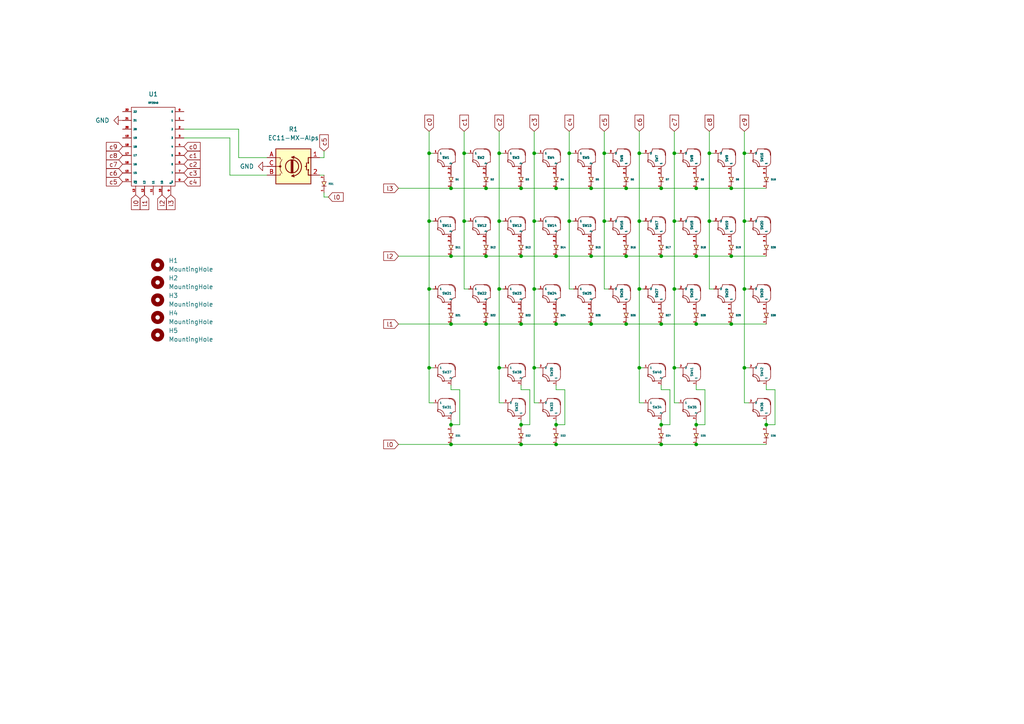
<source format=kicad_sch>
(kicad_sch (version 20211123) (generator eeschema)
  (paper "A4")
  (lib_symbols
    (symbol "Mechanical:MountingHole" (pin_names (offset 1.016))
      (property "Reference" "H" (at 0 5.08 0))
      (property "Value" "MountingHole" (at 0 3.175 0))
      (symbol "MountingHole_0_1"
        (circle (center 0 0) (radius 1.27) (stroke (width 1.27)))
      )
    )
    (symbol "keyb:Diode"
      (property "Reference" "D" (at -0.635 -1.27 0))
      (symbol "Diode_0_1"
        (polyline (pts (xy -1.27 0) (xy -0.635 0)))
        (polyline (pts (xy 0.635 0) (xy 1.27 0)))
        (polyline (pts (xy -0.635 0.635) (xy -0.635 -0.635) (xy -0.635 0)))
        (polyline (pts (xy -0.635 0) (xy 0.635 0.635) (xy 0.635 -0.635) (xy -0.635 0)) (fill (type background)))
      )
      (symbol "Diode_1_1"
        (pin bidirectional line (at -2.54 0 0) (length 1.27) (name "") (number "1"))
        (pin bidirectional line (at 2.54 0 180) (length 1.27) (name "") (number "2"))
      )
    )
    (symbol "keyb:EC11-MX-Alps" (pin_names (offset 0.254) hide)
      (property "Reference" "SW" (at 0 6.604 0))
      (property "Value" "EC11-MX-Alps" (at 0 -6.604 0))
      (symbol "EC11-MX-Alps_0_1"
        (rectangle (start -5.08 5.08) (end 5.08 -5.08) (stroke (width 0.254)) (fill (type background)))
        (circle (center -3.81 0) (radius 0.254) (fill (type outline)))
        (arc (start -0.381 -2.794) (mid 2.3622 -0.0508) (end -0.381 2.667) (stroke (width 0.254)))
        (circle (center -0.381 0) (radius 1.905) (stroke (width 0.254)))
        (polyline (pts (xy -0.635 -1.778) (xy -0.635 1.778)) (stroke (width 0.254)))
        (polyline (pts (xy -0.381 -1.778) (xy -0.381 1.778)) (stroke (width 0.254)))
        (polyline (pts (xy -0.127 1.778) (xy -0.127 -1.778)) (stroke (width 0.254)))
        (polyline (pts (xy 3.81 0) (xy 3.429 0)) (stroke (width 0.254)))
        (polyline (pts (xy 3.81 1.016) (xy 3.81 -1.016)) (stroke (width 0.254)))
        (polyline (pts (xy -5.08 -2.54) (xy -3.81 -2.54) (xy -3.81 -2.032)))
        (polyline (pts (xy -5.08 2.54) (xy -3.81 2.54) (xy -3.81 2.032)))
        (polyline (pts (xy 0.254 -3.048) (xy -0.508 -2.794) (xy 0.127 -2.413)) (stroke (width 0.254)))
        (polyline (pts (xy 0.254 2.921) (xy -0.508 2.667) (xy 0.127 2.286)) (stroke (width 0.254)))
        (polyline (pts (xy 5.08 -2.54) (xy 4.318 -2.54) (xy 4.318 -1.016)) (stroke (width 0.254)))
        (polyline (pts (xy 5.08 2.54) (xy 4.318 2.54) (xy 4.318 1.016)) (stroke (width 0.254)))
        (polyline (pts (xy -5.08 0) (xy -3.81 0) (xy -3.81 -1.016) (xy -3.302 -2.032)))
        (polyline (pts (xy -4.318 0) (xy -3.81 0) (xy -3.81 1.016) (xy -3.302 2.032)))
        (circle (center 4.318 -1.016) (radius 0.127) (stroke (width 0.254)))
        (circle (center 4.318 1.016) (radius 0.127) (stroke (width 0.254)))
      )
      (symbol "EC11-MX-Alps_1_1"
        (pin passive line (at 7.62 2.54 180) (length 2.54) (name "1") (number "1"))
        (pin passive line (at 7.62 -2.54 180) (length 2.54) (name "2") (number "2"))
        (pin passive line (at -7.62 2.54 0) (length 2.54) (name "A") (number "A"))
        (pin passive line (at -7.62 -2.54 0) (length 2.54) (name "B") (number "B"))
        (pin passive line (at -7.62 0 0) (length 2.54) (name "C") (number "C"))
      )
    )
    (symbol "keyb:RP2040"
      (property "Reference" "U" (at 0 1.27 0))
      (property "Value" "RP2040" (at 0 -2.54 0))
      (symbol "RP2040_0_1"
        (rectangle (start -6.35 11.43) (end 6.35 -11.43))
      )
      (symbol "RP2040_1_1"
        (pin bidirectional line (at 8.89 10.16 180) (length 2.54) (name "0") (number "0"))
        (pin bidirectional line (at 8.89 7.62 180) (length 2.54) (name "1") (number "1"))
        (pin bidirectional line (at 2.54 -13.97 90) (length 2.54) (name "10") (number "10"))
        (pin bidirectional line (at 0 -13.97 90) (length 2.54) (name "11") (number "11"))
        (pin bidirectional line (at -2.54 -13.97 90) (length 2.54) (name "12") (number "12"))
        (pin bidirectional line (at -5.08 -13.97 90) (length 2.54) (name "13") (number "13"))
        (pin bidirectional line (at -8.89 -10.16 0) (length 2.54) (name "14") (number "14"))
        (pin bidirectional line (at -8.89 -7.62 0) (length 2.54) (name "15") (number "15"))
        (pin bidirectional line (at -8.89 -5.08 0) (length 2.54) (name "16") (number "16"))
        (pin bidirectional line (at -8.89 -2.54 0) (length 2.54) (name "17") (number "17"))
        (pin bidirectional line (at -8.89 0 0) (length 2.54) (name "18") (number "18"))
        (pin bidirectional line (at -8.89 2.54 0) (length 2.54) (name "19") (number "19"))
        (pin bidirectional line (at 8.89 5.08 180) (length 2.54) (name "2") (number "2"))
        (pin bidirectional line (at -8.89 5.08 0) (length 2.54) (name "20") (number "20"))
        (pin bidirectional line (at -8.89 7.62 0) (length 2.54) (name "21") (number "21"))
        (pin bidirectional line (at -8.89 10.16 0) (length 2.54) (name "22") (number "22"))
        (pin bidirectional line (at 8.89 2.54 180) (length 2.54) (name "3") (number "3"))
        (pin bidirectional line (at 8.89 0 180) (length 2.54) (name "4") (number "4"))
        (pin bidirectional line (at 8.89 -2.54 180) (length 2.54) (name "5") (number "5"))
        (pin bidirectional line (at 8.89 -5.08 180) (length 2.54) (name "6") (number "6"))
        (pin bidirectional line (at 8.89 -7.62 180) (length 2.54) (name "7") (number "7"))
        (pin bidirectional line (at 8.89 -10.16 180) (length 2.54) (name "8") (number "8"))
        (pin bidirectional line (at 5.08 -13.97 90) (length 2.54) (name "9") (number "9"))
      )
    )
    (symbol "keyb:key"
      (property "Reference" "SW" (at 0 0 0))
      (symbol "key_0_1"
        (arc (start -2.54 -0.635) (mid -2.6715 -0.9525) (end -2.54 -1.27))
        (arc (start -1.27 -2.54) (mid -1.642 -1.642) (end -2.54 -1.27))
        (arc (start -1.27 -2.54) (mid -0.9525 -2.6715) (end -0.635 -2.54))
        (arc (start -1.27 2.54) (mid -2.168 2.168) (end -2.54 1.27))
        (arc (start -0.635 -2.54) (mid -1.1935 -1.1935) (end -2.54 -0.635))
        (polyline (pts (xy -2.54 -1.27) (xy -2.54 1.27)))
        (polyline (pts (xy -1.27 -2.54) (xy 1.27 -2.54)))
        (polyline (pts (xy 1.27 2.54) (xy -1.27 2.54)))
        (polyline (pts (xy 2.54 -1.27) (xy 2.54 1.27)))
        (arc (start 0.635 2.54) (mid 0.9525 1.7735) (end 1.27 2.54))
        (arc (start 2.54 -1.27) (mid 0.372 -0.372) (end 1.27 -2.54))
        (arc (start 2.54 0.635) (mid 3.887 3.887) (end 0.635 2.54))
        (arc (start 2.54 1.27) (mid 3.438 3.438) (end 1.27 2.54))
        (arc (start 2.54 1.27) (mid 1.7735 0.9525) (end 2.54 0.635))
      )
      (symbol "key_1_1"
        (pin bidirectional line (at -3.81 1.27 0) (length 1.27) (name "1") (number "1"))
        (pin bidirectional line (at 1.27 -3.81 90) (length 1.27) (name "2") (number "2"))
      )
    )
    (symbol "power:GND" (power) (pin_names (offset 0))
      (property "Value" "GND" (at 0 -3.81 0))
      (symbol "GND_0_1"
        (polyline (pts (xy 0 0) (xy 0 -1.27) (xy 1.27 -1.27) (xy 0 -2.54) (xy -1.27 -1.27) (xy 0 -1.27)))
      )
      (symbol "GND_1_1"
        (pin power_in line (at 0 0 270) (length 0) hide (name "GND") (number "1"))
      )
    )
  )
  (junction (at 215.9 44.45))
  (junction (at 144.78 44.45))
  (junction (at 181.61 93.98))
  (junction (at 130.81 128.905))
  (junction (at 144.78 106.68))
  (junction (at 140.97 54.61))
  (junction (at 191.77 128.905))
  (junction (at 161.29 128.905))
  (junction (at 175.26 44.45))
  (junction (at 171.45 93.98))
  (junction (at 151.13 54.61))
  (junction (at 215.9 64.135))
  (junction (at 201.93 74.295))
  (junction (at 151.13 93.98))
  (junction (at 154.94 106.68))
  (junction (at 154.94 64.135))
  (junction (at 205.74 64.135))
  (junction (at 185.42 83.82))
  (junction (at 165.1 44.45))
  (junction (at 191.77 54.61))
  (junction (at 181.61 54.61))
  (junction (at 130.81 93.98))
  (junction (at 215.9 106.68))
  (junction (at 201.93 93.98))
  (junction (at 140.97 74.295))
  (junction (at 140.97 93.98))
  (junction (at 171.45 74.295))
  (junction (at 222.25 123.19))
  (junction (at 161.29 123.19))
  (junction (at 195.58 106.68))
  (junction (at 191.77 93.98))
  (junction (at 161.29 74.295))
  (junction (at 191.77 123.19))
  (junction (at 191.77 74.295))
  (junction (at 154.94 83.82))
  (junction (at 134.62 44.45))
  (junction (at 212.09 74.295))
  (junction (at 124.46 106.68))
  (junction (at 215.9 83.82))
  (junction (at 144.78 64.135))
  (junction (at 154.94 44.45))
  (junction (at 195.58 44.45))
  (junction (at 195.58 83.82))
  (junction (at 171.45 54.61))
  (junction (at 124.46 83.82))
  (junction (at 195.58 64.135))
  (junction (at 185.42 44.45))
  (junction (at 151.13 74.295))
  (junction (at 161.29 93.98))
  (junction (at 201.93 54.61))
  (junction (at 181.61 74.295))
  (junction (at 201.93 123.19))
  (junction (at 144.78 83.82))
  (junction (at 161.29 54.61))
  (junction (at 185.42 106.68))
  (junction (at 130.81 54.61))
  (junction (at 134.62 64.135))
  (junction (at 201.93 128.905))
  (junction (at 165.1 64.135))
  (junction (at 124.46 64.135))
  (junction (at 151.13 128.905))
  (junction (at 175.26 64.135))
  (junction (at 212.09 54.61))
  (junction (at 185.42 64.135))
  (junction (at 130.81 123.19))
  (junction (at 205.74 44.45))
  (junction (at 212.09 93.98))
  (junction (at 130.81 74.295))
  (junction (at 151.13 123.19))
  (junction (at 124.46 44.45))
  (wire (pts (xy 175.26 38.1) (xy 175.26 44.45)))
  (wire (pts (xy 171.45 93.98) (xy 181.61 93.98)))
  (wire (pts (xy 92.71 50.8) (xy 93.98 50.8)))
  (wire (pts (xy 215.9 44.45) (xy 217.17 44.45)))
  (wire (pts (xy 144.78 44.45) (xy 144.78 64.135)))
  (wire (pts (xy 191.77 123.19) (xy 191.77 123.825)))
  (wire (pts (xy 175.26 44.45) (xy 175.26 64.135)))
  (wire (pts (xy 163.83 113.03) (xy 163.83 123.19)))
  (wire (pts (xy 151.13 93.98) (xy 161.29 93.98)))
  (wire (pts (xy 181.61 93.98) (xy 191.77 93.98)))
  (wire (pts (xy 215.9 64.135) (xy 215.9 83.82)))
  (wire (pts (xy 140.97 54.61) (xy 151.13 54.61)))
  (wire (pts (xy 93.98 43.815) (xy 93.98 45.72)))
  (wire (pts (xy 195.58 106.68) (xy 196.85 106.68)))
  (wire (pts (xy 124.46 106.68) (xy 124.46 116.84)))
  (wire (pts (xy 161.29 54.61) (xy 171.45 54.61)))
  (wire (pts (xy 130.81 123.19) (xy 130.81 123.825)))
  (wire (pts (xy 215.9 83.82) (xy 215.9 106.68)))
  (wire (pts (xy 133.35 113.03) (xy 133.35 123.19)))
  (wire (pts (xy 195.58 116.84) (xy 196.85 116.84)))
  (wire (pts (xy 69.215 45.72) (xy 77.47 45.72)))
  (wire (pts (xy 134.62 44.45) (xy 134.62 64.135)))
  (wire (pts (xy 154.94 64.135) (xy 154.94 83.82)))
  (wire (pts (xy 130.81 74.295) (xy 115.57 74.295)))
  (wire (pts (xy 185.42 106.68) (xy 185.42 116.84)))
  (wire (pts (xy 181.61 54.61) (xy 191.77 54.61)))
  (wire (pts (xy 93.98 57.15) (xy 95.25 57.15)))
  (wire (pts (xy 205.74 64.135) (xy 207.01 64.135)))
  (wire (pts (xy 191.77 111.76) (xy 191.77 113.03)))
  (wire (pts (xy 175.26 44.45) (xy 176.53 44.45)))
  (wire (pts (xy 212.09 93.98) (xy 222.25 93.98)))
  (wire (pts (xy 201.93 93.98) (xy 212.09 93.98)))
  (wire (pts (xy 153.67 123.19) (xy 151.13 123.19)))
  (wire (pts (xy 161.29 93.98) (xy 171.45 93.98)))
  (wire (pts (xy 215.9 44.45) (xy 215.9 64.135)))
  (wire (pts (xy 151.13 123.19) (xy 151.13 123.825)))
  (wire (pts (xy 161.29 111.76) (xy 161.29 113.03)))
  (wire (pts (xy 154.94 116.84) (xy 156.21 116.84)))
  (wire (pts (xy 201.93 111.76) (xy 201.93 113.03)))
  (wire (pts (xy 165.1 38.1) (xy 165.1 44.45)))
  (wire (pts (xy 161.29 74.295) (xy 151.13 74.295)))
  (wire (pts (xy 53.34 40.005) (xy 66.675 40.005)))
  (wire (pts (xy 154.94 44.45) (xy 154.94 64.135)))
  (wire (pts (xy 151.13 128.905) (xy 161.29 128.905)))
  (wire (pts (xy 185.42 64.135) (xy 186.69 64.135)))
  (wire (pts (xy 212.09 54.61) (xy 222.25 54.61)))
  (wire (pts (xy 201.93 54.61) (xy 212.09 54.61)))
  (wire (pts (xy 92.71 45.72) (xy 93.98 45.72)))
  (wire (pts (xy 165.1 83.82) (xy 166.37 83.82)))
  (wire (pts (xy 161.29 123.19) (xy 161.29 123.825)))
  (wire (pts (xy 144.78 83.82) (xy 146.05 83.82)))
  (wire (pts (xy 77.47 50.8) (xy 66.675 50.8)))
  (wire (pts (xy 201.93 128.905) (xy 222.25 128.905)))
  (wire (pts (xy 215.9 106.68) (xy 217.17 106.68)))
  (wire (pts (xy 194.31 113.03) (xy 194.31 123.19)))
  (wire (pts (xy 175.26 64.135) (xy 176.53 64.135)))
  (wire (pts (xy 195.58 38.1) (xy 195.58 44.45)))
  (wire (pts (xy 130.81 54.61) (xy 140.97 54.61)))
  (wire (pts (xy 205.74 83.82) (xy 207.01 83.82)))
  (wire (pts (xy 195.58 64.135) (xy 196.85 64.135)))
  (wire (pts (xy 201.93 121.92) (xy 201.93 123.19)))
  (wire (pts (xy 124.46 64.135) (xy 124.46 83.82)))
  (wire (pts (xy 175.26 64.135) (xy 175.26 83.82)))
  (wire (pts (xy 215.9 116.84) (xy 217.17 116.84)))
  (wire (pts (xy 215.9 64.135) (xy 217.17 64.135)))
  (wire (pts (xy 140.97 93.98) (xy 151.13 93.98)))
  (wire (pts (xy 204.47 123.19) (xy 201.93 123.19)))
  (wire (pts (xy 195.58 44.45) (xy 195.58 64.135)))
  (wire (pts (xy 191.77 113.03) (xy 194.31 113.03)))
  (wire (pts (xy 201.93 113.03) (xy 204.47 113.03)))
  (wire (pts (xy 69.215 45.72) (xy 69.215 37.465)))
  (wire (pts (xy 151.13 121.92) (xy 151.13 123.19)))
  (wire (pts (xy 175.26 83.82) (xy 176.53 83.82)))
  (wire (pts (xy 66.675 50.8) (xy 66.675 40.005)))
  (wire (pts (xy 171.45 54.61) (xy 181.61 54.61)))
  (wire (pts (xy 124.46 64.135) (xy 125.73 64.135)))
  (wire (pts (xy 130.81 128.905) (xy 151.13 128.905)))
  (wire (pts (xy 124.46 38.1) (xy 124.46 44.45)))
  (wire (pts (xy 185.42 44.45) (xy 186.69 44.45)))
  (wire (pts (xy 215.9 83.82) (xy 217.17 83.82)))
  (wire (pts (xy 124.46 83.82) (xy 125.73 83.82)))
  (wire (pts (xy 124.46 106.68) (xy 125.73 106.68)))
  (wire (pts (xy 140.97 74.295) (xy 130.81 74.295)))
  (wire (pts (xy 134.62 64.135) (xy 135.89 64.135)))
  (wire (pts (xy 205.74 44.45) (xy 207.01 44.45)))
  (wire (pts (xy 144.78 116.84) (xy 146.05 116.84)))
  (wire (pts (xy 144.78 38.1) (xy 144.78 44.45)))
  (wire (pts (xy 171.45 74.295) (xy 161.29 74.295)))
  (wire (pts (xy 185.42 38.1) (xy 185.42 44.45)))
  (wire (pts (xy 205.74 44.45) (xy 205.74 64.135)))
  (wire (pts (xy 215.9 106.68) (xy 215.9 116.84)))
  (wire (pts (xy 165.1 64.135) (xy 166.37 64.135)))
  (wire (pts (xy 205.74 38.1) (xy 205.74 44.45)))
  (wire (pts (xy 201.93 74.295) (xy 191.77 74.295)))
  (wire (pts (xy 133.35 123.19) (xy 130.81 123.19)))
  (wire (pts (xy 115.57 128.905) (xy 130.81 128.905)))
  (wire (pts (xy 215.9 38.1) (xy 215.9 44.45)))
  (wire (pts (xy 134.62 83.82) (xy 135.89 83.82)))
  (wire (pts (xy 161.29 121.92) (xy 161.29 123.19)))
  (wire (pts (xy 201.93 123.19) (xy 201.93 123.825)))
  (wire (pts (xy 195.58 83.82) (xy 195.58 106.68)))
  (wire (pts (xy 154.94 83.82) (xy 156.21 83.82)))
  (wire (pts (xy 185.42 44.45) (xy 185.42 64.135)))
  (wire (pts (xy 53.34 37.465) (xy 69.215 37.465)))
  (wire (pts (xy 204.47 113.03) (xy 204.47 123.19)))
  (wire (pts (xy 134.62 44.45) (xy 135.89 44.45)))
  (wire (pts (xy 124.46 44.45) (xy 124.46 64.135)))
  (wire (pts (xy 130.81 93.98) (xy 115.57 93.98)))
  (wire (pts (xy 185.42 83.82) (xy 186.69 83.82)))
  (wire (pts (xy 124.46 116.84) (xy 125.73 116.84)))
  (wire (pts (xy 115.57 54.61) (xy 130.81 54.61)))
  (wire (pts (xy 191.77 74.295) (xy 181.61 74.295)))
  (wire (pts (xy 134.62 64.135) (xy 134.62 83.82)))
  (wire (pts (xy 161.29 113.03) (xy 163.83 113.03)))
  (wire (pts (xy 191.77 128.905) (xy 201.93 128.905)))
  (wire (pts (xy 144.78 44.45) (xy 146.05 44.45)))
  (wire (pts (xy 154.94 83.82) (xy 154.94 106.68)))
  (wire (pts (xy 134.62 38.1) (xy 134.62 44.45)))
  (wire (pts (xy 222.25 111.76) (xy 222.25 113.03)))
  (wire (pts (xy 205.74 64.135) (xy 205.74 83.82)))
  (wire (pts (xy 195.58 64.135) (xy 195.58 83.82)))
  (wire (pts (xy 144.78 64.135) (xy 146.05 64.135)))
  (wire (pts (xy 224.79 113.03) (xy 224.79 123.19)))
  (wire (pts (xy 195.58 83.82) (xy 196.85 83.82)))
  (wire (pts (xy 151.13 113.03) (xy 153.67 113.03)))
  (wire (pts (xy 151.13 74.295) (xy 140.97 74.295)))
  (wire (pts (xy 195.58 44.45) (xy 196.85 44.45)))
  (wire (pts (xy 124.46 44.45) (xy 125.73 44.45)))
  (wire (pts (xy 163.83 123.19) (xy 161.29 123.19)))
  (wire (pts (xy 185.42 64.135) (xy 185.42 83.82)))
  (wire (pts (xy 185.42 116.84) (xy 186.69 116.84)))
  (wire (pts (xy 165.1 44.45) (xy 166.37 44.45)))
  (wire (pts (xy 212.09 74.295) (xy 201.93 74.295)))
  (wire (pts (xy 161.29 128.905) (xy 191.77 128.905)))
  (wire (pts (xy 194.31 123.19) (xy 191.77 123.19)))
  (wire (pts (xy 222.25 113.03) (xy 224.79 113.03)))
  (wire (pts (xy 224.79 123.19) (xy 222.25 123.19)))
  (wire (pts (xy 151.13 111.76) (xy 151.13 113.03)))
  (wire (pts (xy 130.81 111.76) (xy 130.81 113.03)))
  (wire (pts (xy 185.42 83.82) (xy 185.42 106.68)))
  (wire (pts (xy 124.46 83.82) (xy 124.46 106.68)))
  (wire (pts (xy 154.94 106.68) (xy 154.94 116.84)))
  (wire (pts (xy 181.61 74.295) (xy 171.45 74.295)))
  (wire (pts (xy 222.25 121.92) (xy 222.25 123.19)))
  (wire (pts (xy 140.97 93.98) (xy 130.81 93.98)))
  (wire (pts (xy 191.77 121.92) (xy 191.77 123.19)))
  (wire (pts (xy 144.78 106.68) (xy 144.78 116.84)))
  (wire (pts (xy 153.67 113.03) (xy 153.67 123.19)))
  (wire (pts (xy 154.94 106.68) (xy 156.21 106.68)))
  (wire (pts (xy 191.77 93.98) (xy 201.93 93.98)))
  (wire (pts (xy 93.98 55.88) (xy 93.98 57.15)))
  (wire (pts (xy 130.81 113.03) (xy 133.35 113.03)))
  (wire (pts (xy 154.94 64.135) (xy 156.21 64.135)))
  (wire (pts (xy 185.42 106.68) (xy 186.69 106.68)))
  (wire (pts (xy 165.1 44.45) (xy 165.1 64.135)))
  (wire (pts (xy 165.1 64.135) (xy 165.1 83.82)))
  (wire (pts (xy 154.94 38.1) (xy 154.94 44.45)))
  (wire (pts (xy 191.77 54.61) (xy 201.93 54.61)))
  (wire (pts (xy 144.78 106.68) (xy 146.05 106.68)))
  (wire (pts (xy 130.81 121.92) (xy 130.81 123.19)))
  (wire (pts (xy 222.25 123.19) (xy 222.25 123.825)))
  (wire (pts (xy 144.78 64.135) (xy 144.78 83.82)))
  (wire (pts (xy 222.25 74.295) (xy 212.09 74.295)))
  (wire (pts (xy 144.78 83.82) (xy 144.78 106.68)))
  (wire (pts (xy 195.58 106.68) (xy 195.58 116.84)))
  (wire (pts (xy 151.13 54.61) (xy 161.29 54.61)))
  (wire (pts (xy 154.94 44.45) (xy 156.21 44.45)))
  (global_label "c4" (shape input) (at 165.1 38.1 90) (property "Références Inter-Feuilles" "${INTERSHEET_REFS}" (effects hide)))
  (global_label "c6" (shape input) (at 35.56 50.165 180) (property "Références Inter-Feuilles" "${INTERSHEET_REFS}" (effects hide)))
  (global_label "c1" (shape input) (at 134.62 38.1 90) (property "Références Inter-Feuilles" "${INTERSHEET_REFS}" (effects hide)))
  (global_label "c7" (shape input) (at 35.56 47.625 180) (property "Références Inter-Feuilles" "${INTERSHEET_REFS}" (effects hide)))
  (global_label "l3" (shape input) (at 115.57 54.61 180) (property "Références Inter-Feuilles" "${INTERSHEET_REFS}" (effects hide)))
  (global_label "l0" (shape input) (at 95.25 57.15 0) (property "Références Inter-Feuilles" "${INTERSHEET_REFS}" (effects hide)))
  (global_label "c8" (shape input) (at 35.56 45.085 180) (property "Références Inter-Feuilles" "${INTERSHEET_REFS}" (effects hide)))
  (global_label "c7" (shape input) (at 195.58 38.1 90) (property "Références Inter-Feuilles" "${INTERSHEET_REFS}" (effects hide)))
  (global_label "l0" (shape input) (at 115.57 128.905 180) (property "Références Inter-Feuilles" "${INTERSHEET_REFS}" (effects hide)))
  (global_label "c2" (shape input) (at 53.34 47.625 0) (property "Références Inter-Feuilles" "${INTERSHEET_REFS}" (effects hide)))
  (global_label "c9" (shape input) (at 35.56 42.545 180) (property "Références Inter-Feuilles" "${INTERSHEET_REFS}" (effects hide)))
  (global_label "c0" (shape input) (at 53.34 42.545 0) (property "Références Inter-Feuilles" "${INTERSHEET_REFS}" (effects hide)))
  (global_label "c5" (shape input) (at 175.26 38.1 90) (property "Références Inter-Feuilles" "${INTERSHEET_REFS}" (effects hide)))
  (global_label "l0" (shape input) (at 39.37 56.515 270) (property "Références Inter-Feuilles" "${INTERSHEET_REFS}" (effects hide)))
  (global_label "l1" (shape input) (at 115.57 93.98 180) (property "Références Inter-Feuilles" "${INTERSHEET_REFS}" (effects hide)))
  (global_label "c4" (shape input) (at 53.34 52.705 0) (property "Références Inter-Feuilles" "${INTERSHEET_REFS}" (effects hide)))
  (global_label "c0" (shape input) (at 124.46 38.1 90) (property "Références Inter-Feuilles" "${INTERSHEET_REFS}" (effects hide)))
  (global_label "c6" (shape input) (at 185.42 38.1 90) (property "Références Inter-Feuilles" "${INTERSHEET_REFS}" (effects hide)))
  (global_label "l1" (shape input) (at 41.91 56.515 270) (property "Références Inter-Feuilles" "${INTERSHEET_REFS}" (effects hide)))
  (global_label "l3" (shape input) (at 49.53 56.515 270) (property "Références Inter-Feuilles" "${INTERSHEET_REFS}" (effects hide)))
  (global_label "l2" (shape input) (at 115.57 74.295 180) (property "Références Inter-Feuilles" "${INTERSHEET_REFS}" (effects hide)))
  (global_label "c9" (shape input) (at 215.9 38.1 90) (property "Références Inter-Feuilles" "${INTERSHEET_REFS}" (effects hide)))
  (global_label "c8" (shape input) (at 205.74 38.1 90) (property "Références Inter-Feuilles" "${INTERSHEET_REFS}" (effects hide)))
  (global_label "c5" (shape input) (at 35.56 52.705 180) (property "Références Inter-Feuilles" "${INTERSHEET_REFS}" (effects hide)))
  (global_label "c3" (shape input) (at 154.94 38.1 90) (property "Références Inter-Feuilles" "${INTERSHEET_REFS}" (effects hide)))
  (global_label "c5" (shape input) (at 93.98 43.815 90) (property "Références Inter-Feuilles" "${INTERSHEET_REFS}" (effects hide)))
  (global_label "c3" (shape input) (at 53.34 50.165 0) (property "Références Inter-Feuilles" "${INTERSHEET_REFS}" (effects hide)))
  (global_label "c2" (shape input) (at 144.78 38.1 90) (property "Références Inter-Feuilles" "${INTERSHEET_REFS}" (effects hide)))
  (global_label "c1" (shape input) (at 53.34 45.085 0) (property "Références Inter-Feuilles" "${INTERSHEET_REFS}" (effects hide)))
  (global_label "l2" (shape input) (at 46.99 56.515 270) (property "Références Inter-Feuilles" "${INTERSHEET_REFS}" (effects hide)))
  (symbol (lib_id "Mechanical:MountingHole") (at 45.72 76.835 0) (unit 1)
    (property "Reference" "H1" (at 48.895 75.5649 0) (effects (justify left)))
    (property "Value" "MountingHole" (at 48.895 78.1049 0) (effects (justify left)))
    (property "Footprint" "MountingHole:MountingHole_2.2mm_M2" (effects hide))
  )
  (symbol (lib_id "keyb:key") (at 170.18 85.09 0) (unit 1)
    (property "Reference" "SW25" (at 168.91 85.09 0) (effects (font (size 0.65 0.65)) (justify left)))
    (property "Value" "key" (effects hide))
    (property "Footprint" "keyb-libs:MX-5pin" (effects hide))
  )
  (symbol (lib_id "keyb:key") (at 139.7 45.72 0) (unit 1)
    (property "Reference" "SW2" (at 138.43 45.72 0) (effects (font (size 0.65 0.65)) (justify left)))
    (property "Value" "key" (effects hide))
    (property "Footprint" "keyb-libs:MX-5pin" (effects hide))
  )
  (symbol (lib_id "keyb:Diode") (at 140.97 91.44 90) (unit 1)
    (property "Reference" "D22" (at 142.24 91.44 90) (effects (font (size 0.5 0.5)) (justify right)))
    (property "Value" "Diode" (effects hide))
    (property "Footprint" "keyb-libs:Diode" (effects hide))
  )
  (symbol (lib_id "keyb:key") (at 190.5 118.11 0) (unit 1)
    (property "Reference" "SW34" (at 189.23 118.11 0) (effects (font (size 0.65 0.65)) (justify left)))
    (property "Value" "key" (effects hide))
    (property "Footprint" "keyb-libs:MX-5pin" (effects hide))
  )
  (symbol (lib_id "keyb:Diode") (at 140.97 52.07 90) (unit 1)
    (property "Reference" "D2" (at 142.24 52.07 90) (effects (font (size 0.5 0.5)) (justify right)))
    (property "Value" "Diode" (effects hide))
    (property "Footprint" "keyb-libs:Diode" (effects hide))
  )
  (symbol (lib_id "keyb:Diode") (at 171.45 71.755 90) (unit 1)
    (property "Reference" "D15" (at 172.72 71.755 90) (effects (font (size 0.5 0.5)) (justify right)))
    (property "Value" "Diode" (effects hide))
    (property "Footprint" "keyb-libs:Diode" (effects hide))
  )
  (symbol (lib_id "keyb:Diode") (at 201.93 126.365 90) (unit 1)
    (property "Reference" "D35" (at 203.2 126.365 90) (effects (font (size 0.5 0.5)) (justify right)))
    (property "Value" "Diode" (effects hide))
    (property "Footprint" "keyb-libs:Diode" (effects hide))
  )
  (symbol (lib_id "keyb:Diode") (at 130.81 71.755 90) (unit 1)
    (property "Reference" "D11" (at 132.08 71.755 90) (effects (font (size 0.5 0.5)) (justify right)))
    (property "Value" "Diode" (effects hide))
    (property "Footprint" "keyb-libs:Diode" (effects hide))
  )
  (symbol (lib_id "keyb:Diode") (at 212.09 52.07 90) (unit 1)
    (property "Reference" "D9" (at 213.36 52.07 90) (effects (font (size 0.5 0.5)) (justify right)))
    (property "Value" "Diode" (effects hide))
    (property "Footprint" "keyb-libs:Diode" (effects hide))
  )
  (symbol (lib_id "keyb:Diode") (at 222.25 71.755 90) (unit 1)
    (property "Reference" "D20" (at 223.52 71.755 90) (effects (font (size 0.5 0.5)) (justify right)))
    (property "Value" "Diode" (effects hide))
    (property "Footprint" "keyb-libs:Diode" (effects hide))
  )
  (symbol (lib_id "keyb:key") (at 160.02 45.72 0) (unit 1)
    (property "Reference" "SW4" (at 158.75 45.72 0) (effects (font (size 0.65 0.65)) (justify left)))
    (property "Value" "key" (effects hide))
    (property "Footprint" "keyb-libs:MX-5pin" (effects hide))
  )
  (symbol (lib_id "keyb:key") (at 200.66 107.95 270) (mirror x) (unit 1)
    (property "Reference" "SW41" (at 200.66 109.22 0) (effects (font (size 0.65 0.65)) (justify left)))
    (property "Value" "key" (effects hide))
    (property "Footprint" "keyb-libs:MX-5pin" (effects hide))
  )
  (symbol (lib_id "keyb:key") (at 170.18 45.72 0) (unit 1)
    (property "Reference" "SW5" (at 168.91 45.72 0) (effects (font (size 0.65 0.65)) (justify left)))
    (property "Value" "key" (effects hide))
    (property "Footprint" "keyb-libs:MX-5pin" (effects hide))
  )
  (symbol (lib_id "keyb:Diode") (at 222.25 91.44 90) (unit 1)
    (property "Reference" "D30" (at 223.52 91.44 90) (effects (font (size 0.5 0.5)) (justify right)))
    (property "Value" "Diode" (effects hide))
    (property "Footprint" "keyb-libs:Diode" (effects hide))
  )
  (symbol (lib_id "keyb:Diode") (at 140.97 71.755 90) (unit 1)
    (property "Reference" "D12" (at 142.24 71.755 90) (effects (font (size 0.5 0.5)) (justify right)))
    (property "Value" "Diode" (effects hide))
    (property "Footprint" "keyb-libs:Diode" (effects hide))
  )
  (symbol (lib_id "keyb:Diode") (at 161.29 91.44 90) (unit 1)
    (property "Reference" "D24" (at 162.56 91.44 90) (effects (font (size 0.5 0.5)) (justify right)))
    (property "Value" "Diode" (effects hide))
    (property "Footprint" "keyb-libs:Diode" (effects hide))
  )
  (symbol (lib_id "Mechanical:MountingHole") (at 45.72 81.915 0) (unit 1)
    (property "Reference" "H2" (at 48.895 80.6449 0) (effects (justify left)))
    (property "Value" "MountingHole" (at 48.895 83.1849 0) (effects (justify left)))
    (property "Footprint" "MountingHole:MountingHole_2.2mm_M2" (effects hide))
  )
  (symbol (lib_id "keyb:key") (at 220.98 65.405 270) (mirror x) (unit 1)
    (property "Reference" "SW20" (at 220.98 66.675 0) (effects (font (size 0.65 0.65)) (justify left)))
    (property "Value" "key" (effects hide))
    (property "Footprint" "keyb-libs:MX-5pin" (effects hide))
  )
  (symbol (lib_id "keyb:key") (at 200.66 85.09 270) (mirror x) (unit 1)
    (property "Reference" "SW28" (at 200.66 86.36 0) (effects (font (size 0.65 0.65)) (justify left)))
    (property "Value" "key" (effects hide))
    (property "Footprint" "keyb-libs:MX-5pin" (effects hide))
  )
  (symbol (lib_id "keyb:key") (at 180.34 65.405 270) (mirror x) (unit 1)
    (property "Reference" "SW16" (at 180.34 66.675 0) (effects (font (size 0.65 0.65)) (justify left)))
    (property "Value" "key" (effects hide))
    (property "Footprint" "keyb-libs:MX-5pin" (effects hide))
  )
  (symbol (lib_id "keyb:Diode") (at 93.98 53.34 90) (unit 1)
    (property "Reference" "RD1" (at 95.25 53.34 90) (effects (font (size 0.5 0.5)) (justify right)))
    (property "Value" "Diode" (effects hide))
    (property "Footprint" "keyb-libs:Diode" (effects hide))
  )
  (symbol (lib_id "keyb:Diode") (at 222.25 126.365 90) (unit 1)
    (property "Reference" "D36" (at 223.52 126.365 90) (effects (font (size 0.5 0.5)) (justify right)))
    (property "Value" "Diode" (effects hide))
    (property "Footprint" "keyb-libs:Diode" (effects hide))
  )
  (symbol (lib_id "keyb:key") (at 180.34 85.09 270) (mirror x) (unit 1)
    (property "Reference" "SW26" (at 180.34 86.36 0) (effects (font (size 0.65 0.65)) (justify left)))
    (property "Value" "key" (effects hide))
    (property "Footprint" "keyb-libs:MX-5pin" (effects hide))
  )
  (symbol (lib_id "keyb:key") (at 149.86 85.09 0) (unit 1)
    (property "Reference" "SW23" (at 148.59 85.09 0) (effects (font (size 0.65 0.65)) (justify left)))
    (property "Value" "key" (effects hide))
    (property "Footprint" "keyb-libs:MX-5pin" (effects hide))
  )
  (symbol (lib_id "keyb:key") (at 149.86 107.95 0) (unit 1)
    (property "Reference" "SW38" (at 148.59 107.95 0) (effects (font (size 0.65 0.65)) (justify left)))
    (property "Value" "key" (effects hide))
    (property "Footprint" "keyb-libs:MX-5pin" (effects hide))
  )
  (symbol (lib_id "keyb:Diode") (at 130.81 91.44 90) (unit 1)
    (property "Reference" "D21" (at 132.08 91.44 90) (effects (font (size 0.5 0.5)) (justify right)))
    (property "Value" "Diode" (effects hide))
    (property "Footprint" "keyb-libs:Diode" (effects hide))
  )
  (symbol (lib_id "keyb:key") (at 149.86 118.11 270) (mirror x) (unit 1)
    (property "Reference" "SW32" (at 149.86 119.38 0) (effects (font (size 0.65 0.65)) (justify left)))
    (property "Value" "key" (effects hide))
    (property "Footprint" "keyb-libs:MX-5pin" (effects hide))
  )
  (symbol (lib_id "keyb:key") (at 139.7 65.405 0) (unit 1)
    (property "Reference" "SW12" (at 138.43 65.405 0) (effects (font (size 0.65 0.65)) (justify left)))
    (property "Value" "key" (effects hide))
    (property "Footprint" "keyb-libs:MX-5pin" (effects hide))
  )
  (symbol (lib_id "keyb:key") (at 200.66 65.405 270) (mirror x) (unit 1)
    (property "Reference" "SW18" (at 200.66 66.675 0) (effects (font (size 0.65 0.65)) (justify left)))
    (property "Value" "key" (effects hide))
    (property "Footprint" "keyb-libs:MX-5pin" (effects hide))
  )
  (symbol (lib_id "keyb:Diode") (at 201.93 52.07 90) (unit 1)
    (property "Reference" "D8" (at 203.2 52.07 90) (effects (font (size 0.5 0.5)) (justify right)))
    (property "Value" "Diode" (effects hide))
    (property "Footprint" "keyb-libs:Diode" (effects hide))
  )
  (symbol (lib_id "keyb:EC11-MX-Alps") (at 85.09 48.26 0) (unit 1)
    (property "Reference" "R1" (at 85.09 37.465 0))
    (property "Value" "EC11-MX-Alps" (at 85.09 40.005 0))
    (property "Footprint" "keyb-libs:RotaryEncoder_EC11" (effects hide))
  )
  (symbol (lib_id "keyb:Diode") (at 191.77 52.07 90) (unit 1)
    (property "Reference" "D7" (at 193.04 52.07 90) (effects (font (size 0.5 0.5)) (justify right)))
    (property "Value" "Diode" (effects hide))
    (property "Footprint" "keyb-libs:Diode" (effects hide))
  )
  (symbol (lib_id "keyb:Diode") (at 191.77 71.755 90) (unit 1)
    (property "Reference" "D17" (at 193.04 71.755 90) (effects (font (size 0.5 0.5)) (justify right)))
    (property "Value" "Diode" (effects hide))
    (property "Footprint" "keyb-libs:Diode" (effects hide))
  )
  (symbol (lib_id "keyb:Diode") (at 171.45 52.07 90) (unit 1)
    (property "Reference" "D5" (at 172.72 52.07 90) (effects (font (size 0.5 0.5)) (justify right)))
    (property "Value" "Diode" (effects hide))
    (property "Footprint" "keyb-libs:Diode" (effects hide))
  )
  (symbol (lib_id "keyb:key") (at 160.02 107.95 270) (mirror x) (unit 1)
    (property "Reference" "SW39" (at 160.02 109.22 0) (effects (font (size 0.65 0.65)) (justify left)))
    (property "Value" "key" (effects hide))
    (property "Footprint" "keyb-libs:MX-5pin" (effects hide))
  )
  (symbol (lib_id "keyb:key") (at 210.82 65.405 270) (mirror x) (unit 1)
    (property "Reference" "SW19" (at 210.82 66.675 0) (effects (font (size 0.65 0.65)) (justify left)))
    (property "Value" "key" (effects hide))
    (property "Footprint" "keyb-libs:MX-5pin" (effects hide))
  )
  (symbol (lib_id "keyb:Diode") (at 191.77 126.365 90) (unit 1)
    (property "Reference" "D34" (at 193.04 126.365 90) (effects (font (size 0.5 0.5)) (justify right)))
    (property "Value" "Diode" (effects hide))
    (property "Footprint" "keyb-libs:Diode" (effects hide))
  )
  (symbol (lib_id "keyb:key") (at 129.54 85.09 0) (unit 1)
    (property "Reference" "SW21" (at 128.27 85.09 0) (effects (font (size 0.65 0.65)) (justify left)))
    (property "Value" "key" (effects hide))
    (property "Footprint" "keyb-libs:MX-5pin" (effects hide))
  )
  (symbol (lib_id "keyb:Diode") (at 181.61 91.44 90) (unit 1)
    (property "Reference" "D26" (at 182.88 91.44 90) (effects (font (size 0.5 0.5)) (justify right)))
    (property "Value" "Diode" (effects hide))
    (property "Footprint" "keyb-libs:Diode" (effects hide))
  )
  (symbol (lib_id "keyb:key") (at 129.54 118.11 0) (unit 1)
    (property "Reference" "SW31" (at 128.27 118.11 0) (effects (font (size 0.65 0.65)) (justify left)))
    (property "Value" "key" (effects hide))
    (property "Footprint" "keyb-libs:MX-5pin" (effects hide))
  )
  (symbol (lib_id "keyb:Diode") (at 161.29 126.365 90) (unit 1)
    (property "Reference" "D33" (at 162.56 126.365 90) (effects (font (size 0.5 0.5)) (justify right)))
    (property "Value" "Diode" (effects hide))
    (property "Footprint" "keyb-libs:Diode" (effects hide))
  )
  (symbol (lib_id "keyb:Diode") (at 171.45 91.44 90) (unit 1)
    (property "Reference" "D25" (at 172.72 91.44 90) (effects (font (size 0.5 0.5)) (justify right)))
    (property "Value" "Diode" (effects hide))
    (property "Footprint" "keyb-libs:Diode" (effects hide))
  )
  (symbol (lib_id "keyb:Diode") (at 151.13 126.365 90) (unit 1)
    (property "Reference" "D32" (at 152.4 126.365 90) (effects (font (size 0.5 0.5)) (justify right)))
    (property "Value" "Diode" (effects hide))
    (property "Footprint" "keyb-libs:Diode" (effects hide))
  )
  (symbol (lib_id "Mechanical:MountingHole") (at 45.72 86.995 0) (unit 1)
    (property "Reference" "H3" (at 48.895 85.7249 0) (effects (justify left)))
    (property "Value" "MountingHole" (at 48.895 88.2649 0) (effects (justify left)))
    (property "Footprint" "MountingHole:MountingHole_2.2mm_M2" (effects hide))
  )
  (symbol (lib_id "keyb:key") (at 170.18 65.405 0) (unit 1)
    (property "Reference" "SW15" (at 168.91 65.405 0) (effects (font (size 0.65 0.65)) (justify left)))
    (property "Value" "key" (effects hide))
    (property "Footprint" "keyb-libs:MX-5pin" (effects hide))
  )
  (symbol (lib_id "keyb:key") (at 220.98 107.95 270) (mirror x) (unit 1)
    (property "Reference" "SW42" (at 220.98 109.22 0) (effects (font (size 0.65 0.65)) (justify left)))
    (property "Value" "key" (effects hide))
    (property "Footprint" "keyb-libs:MX-5pin" (effects hide))
  )
  (symbol (lib_id "keyb:key") (at 160.02 118.11 270) (mirror x) (unit 1)
    (property "Reference" "SW33" (at 160.02 119.38 0) (effects (font (size 0.65 0.65)) (justify left)))
    (property "Value" "key" (effects hide))
    (property "Footprint" "keyb-libs:MX-5pin" (effects hide))
  )
  (symbol (lib_id "keyb:Diode") (at 151.13 91.44 90) (unit 1)
    (property "Reference" "D23" (at 152.4 91.44 90) (effects (font (size 0.5 0.5)) (justify right)))
    (property "Value" "Diode" (effects hide))
    (property "Footprint" "keyb-libs:Diode" (effects hide))
  )
  (symbol (lib_id "keyb:key") (at 160.02 65.405 0) (unit 1)
    (property "Reference" "SW14" (at 158.75 65.405 0) (effects (font (size 0.65 0.65)) (justify left)))
    (property "Value" "key" (effects hide))
    (property "Footprint" "keyb-libs:MX-5pin" (effects hide))
  )
  (symbol (lib_id "keyb:Diode") (at 201.93 71.755 90) (unit 1)
    (property "Reference" "D18" (at 203.2 71.755 90) (effects (font (size 0.5 0.5)) (justify right)))
    (property "Value" "Diode" (effects hide))
    (property "Footprint" "keyb-libs:Diode" (effects hide))
  )
  (symbol (lib_id "keyb:key") (at 190.5 45.72 270) (mirror x) (unit 1)
    (property "Reference" "SW7" (at 190.5 46.99 0) (effects (font (size 0.65 0.65)) (justify left)))
    (property "Value" "key" (effects hide))
    (property "Footprint" "keyb-libs:MX-5pin" (effects hide))
  )
  (symbol (lib_id "keyb:key") (at 220.98 85.09 270) (mirror x) (unit 1)
    (property "Reference" "SW30" (at 220.98 86.36 0) (effects (font (size 0.65 0.65)) (justify left)))
    (property "Value" "key" (effects hide))
    (property "Footprint" "keyb-libs:MX-5pin" (effects hide))
  )
  (symbol (lib_id "keyb:Diode") (at 181.61 71.755 90) (unit 1)
    (property "Reference" "D16" (at 182.88 71.755 90) (effects (font (size 0.5 0.5)) (justify right)))
    (property "Value" "Diode" (effects hide))
    (property "Footprint" "keyb-libs:Diode" (effects hide))
  )
  (symbol (lib_id "keyb:Diode") (at 191.77 91.44 90) (unit 1)
    (property "Reference" "D27" (at 193.04 91.44 90) (effects (font (size 0.5 0.5)) (justify right)))
    (property "Value" "Diode" (effects hide))
    (property "Footprint" "keyb-libs:Diode" (effects hide))
  )
  (symbol (lib_id "keyb:key") (at 190.5 65.405 270) (mirror x) (unit 1)
    (property "Reference" "SW17" (at 190.5 66.675 0) (effects (font (size 0.65 0.65)) (justify left)))
    (property "Value" "key" (effects hide))
    (property "Footprint" "keyb-libs:MX-5pin" (effects hide))
  )
  (symbol (lib_id "keyb:key") (at 200.66 118.11 0) (unit 1)
    (property "Reference" "SW35" (at 199.39 118.11 0) (effects (font (size 0.65 0.65)) (justify left)))
    (property "Value" "key" (effects hide))
    (property "Footprint" "keyb-libs:MX-5pin" (effects hide))
  )
  (symbol (lib_id "keyb:key") (at 210.82 85.09 270) (mirror x) (unit 1)
    (property "Reference" "SW29" (at 210.82 86.36 0) (effects (font (size 0.65 0.65)) (justify left)))
    (property "Value" "key" (effects hide))
    (property "Footprint" "keyb-libs:MX-5pin" (effects hide))
  )
  (symbol (lib_id "Mechanical:MountingHole") (at 45.72 92.075 0) (unit 1)
    (property "Reference" "H4" (at 48.895 90.8049 0) (effects (justify left)))
    (property "Value" "MountingHole" (at 48.895 93.3449 0) (effects (justify left)))
    (property "Footprint" "MountingHole:MountingHole_2.2mm_M2" (effects hide))
  )
  (symbol (lib_id "keyb:Diode") (at 161.29 71.755 90) (unit 1)
    (property "Reference" "D14" (at 162.56 71.755 90) (effects (font (size 0.5 0.5)) (justify right)))
    (property "Value" "Diode" (effects hide))
    (property "Footprint" "keyb-libs:Diode" (effects hide))
  )
  (symbol (lib_id "keyb:Diode") (at 161.29 52.07 90) (unit 1)
    (property "Reference" "D4" (at 162.56 52.07 90) (effects (font (size 0.5 0.5)) (justify right)))
    (property "Value" "Diode" (effects hide))
    (property "Footprint" "keyb-libs:Diode" (effects hide))
  )
  (symbol (lib_id "keyb:key") (at 149.86 45.72 0) (unit 1)
    (property "Reference" "SW3" (at 148.59 45.72 0) (effects (font (size 0.65 0.65)) (justify left)))
    (property "Value" "key" (effects hide))
    (property "Footprint" "keyb-libs:MX-5pin" (effects hide))
  )
  (symbol (lib_id "keyb:Diode") (at 181.61 52.07 90) (unit 1)
    (property "Reference" "D6" (at 182.88 52.07 90) (effects (font (size 0.5 0.5)) (justify right)))
    (property "Value" "Diode" (effects hide))
    (property "Footprint" "keyb-libs:Diode" (effects hide))
  )
  (symbol (lib_id "keyb:key") (at 149.86 65.405 0) (unit 1)
    (property "Reference" "SW13" (at 148.59 65.405 0) (effects (font (size 0.65 0.65)) (justify left)))
    (property "Value" "key" (effects hide))
    (property "Footprint" "keyb-libs:MX-5pin" (effects hide))
  )
  (symbol (lib_id "keyb:key") (at 190.5 107.95 0) (unit 1)
    (property "Reference" "SW40" (at 189.23 107.95 0) (effects (font (size 0.65 0.65)) (justify left)))
    (property "Value" "key" (effects hide))
    (property "Footprint" "keyb-libs:MX-5pin" (effects hide))
  )
  (symbol (lib_id "keyb:key") (at 180.34 45.72 270) (mirror x) (unit 1)
    (property "Reference" "SW6" (at 180.34 46.99 0) (effects (font (size 0.65 0.65)) (justify left)))
    (property "Value" "key" (effects hide))
    (property "Footprint" "keyb-libs:MX-5pin" (effects hide))
  )
  (symbol (lib_id "power:GND") (at 35.56 34.925 270) (unit 1)
    (property "Reference" "#PWR01" (effects hide))
    (property "Value" "GND" (at 31.75 34.9249 90) (effects (justify right)))
  )
  (symbol (lib_id "keyb:Diode") (at 212.09 71.755 90) (unit 1)
    (property "Reference" "D19" (at 213.36 71.755 90) (effects (font (size 0.5 0.5)) (justify right)))
    (property "Value" "Diode" (effects hide))
    (property "Footprint" "keyb-libs:Diode" (effects hide))
  )
  (symbol (lib_id "keyb:key") (at 129.54 45.72 0) (unit 1)
    (property "Reference" "SW1" (at 128.27 45.72 0) (effects (font (size 0.65 0.65)) (justify left)))
    (property "Value" "key" (effects hide))
    (property "Footprint" "keyb-libs:MX-5pin" (effects hide))
  )
  (symbol (lib_id "keyb:key") (at 129.54 107.95 0) (unit 1)
    (property "Reference" "SW37" (at 128.27 107.95 0) (effects (font (size 0.65 0.65)) (justify left)))
    (property "Value" "key" (effects hide))
    (property "Footprint" "keyb-libs:MX-5pin" (effects hide))
  )
  (symbol (lib_id "keyb:key") (at 200.66 45.72 270) (mirror x) (unit 1)
    (property "Reference" "SW8" (at 200.66 46.99 0) (effects (font (size 0.65 0.65)) (justify left)))
    (property "Value" "key" (effects hide))
    (property "Footprint" "keyb-libs:MX-5pin" (effects hide))
  )
  (symbol (lib_id "keyb:key") (at 220.98 45.72 270) (mirror x) (unit 1)
    (property "Reference" "SW10" (at 220.98 46.99 0) (effects (font (size 0.65 0.65)) (justify left)))
    (property "Value" "key" (effects hide))
    (property "Footprint" "keyb-libs:MX-5pin" (effects hide))
  )
  (symbol (lib_id "keyb:Diode") (at 151.13 52.07 270) (mirror x) (unit 1)
    (property "Reference" "D3" (at 152.4 52.07 90) (effects (font (size 0.5 0.5)) (justify left)))
    (property "Value" "Diode" (effects hide))
    (property "Footprint" "keyb-libs:Diode" (effects hide))
  )
  (symbol (lib_id "keyb:RP2040") (at 44.45 42.545 0) (unit 1)
    (property "Reference" "U1" (at 44.45 27.305 0))
    (property "Value" "RP2040" (at 44.45 29.845 0) (effects (font (size 0.5 0.5))))
    (property "Footprint" "keyb-libs:RP2040" (effects hide))
  )
  (symbol (lib_id "keyb:key") (at 190.5 85.09 270) (mirror x) (unit 1)
    (property "Reference" "SW27" (at 190.5 86.36 0) (effects (font (size 0.65 0.65)) (justify left)))
    (property "Value" "key" (effects hide))
    (property "Footprint" "keyb-libs:MX-5pin" (effects hide))
  )
  (symbol (lib_id "keyb:key") (at 220.98 118.11 270) (mirror x) (unit 1)
    (property "Reference" "SW36" (at 220.98 119.38 0) (effects (font (size 0.65 0.65)) (justify left)))
    (property "Value" "key" (effects hide))
    (property "Footprint" "keyb-libs:MX-5pin" (effects hide))
  )
  (symbol (lib_id "keyb:key") (at 129.54 65.405 0) (unit 1)
    (property "Reference" "SW11" (at 128.27 65.405 0) (effects (font (size 0.65 0.65)) (justify left)))
    (property "Value" "key" (effects hide))
    (property "Footprint" "keyb-libs:MX-5pin" (effects hide))
  )
  (symbol (lib_id "keyb:Diode") (at 212.09 91.44 90) (unit 1)
    (property "Reference" "D29" (at 213.36 91.44 90) (effects (font (size 0.5 0.5)) (justify right)))
    (property "Value" "Diode" (effects hide))
    (property "Footprint" "keyb-libs:Diode" (effects hide))
  )
  (symbol (lib_id "Mechanical:MountingHole") (at 45.72 97.155 0) (unit 1)
    (property "Reference" "H5" (at 48.895 95.8849 0) (effects (justify left)))
    (property "Value" "MountingHole" (at 48.895 98.4249 0) (effects (justify left)))
    (property "Footprint" "MountingHole:MountingHole_2.2mm_M2" (effects hide))
  )
  (symbol (lib_id "keyb:Diode") (at 130.81 52.07 90) (unit 1)
    (property "Reference" "D1" (at 132.08 52.07 90) (effects (font (size 0.5 0.5)) (justify right)))
    (property "Value" "Diode" (effects hide))
    (property "Footprint" "keyb-libs:Diode" (effects hide))
  )
  (symbol (lib_id "keyb:key") (at 160.02 85.09 0) (unit 1)
    (property "Reference" "SW24" (at 158.75 85.09 0) (effects (font (size 0.65 0.65)) (justify left)))
    (property "Value" "key" (effects hide))
    (property "Footprint" "keyb-libs:MX-5pin" (effects hide))
  )
  (symbol (lib_id "power:GND") (at 77.47 48.26 270) (unit 1)
    (property "Reference" "#PWR02" (effects hide))
    (property "Value" "GND" (at 73.66 48.2599 90) (effects (justify right)))
  )
  (symbol (lib_id "keyb:key") (at 210.82 45.72 270) (mirror x) (unit 1)
    (property "Reference" "SW9" (at 210.82 46.99 0) (effects (font (size 0.65 0.65)) (justify left)))
    (property "Value" "key" (effects hide))
    (property "Footprint" "keyb-libs:MX-5pin" (effects hide))
  )
  (symbol (lib_id "keyb:Diode") (at 201.93 91.44 90) (unit 1)
    (property "Reference" "D28" (at 203.2 91.44 90) (effects (font (size 0.5 0.5)) (justify right)))
    (property "Value" "Diode" (effects hide))
    (property "Footprint" "keyb-libs:Diode" (effects hide))
  )
  (symbol (lib_id "keyb:Diode") (at 130.81 126.365 90) (unit 1)
    (property "Reference" "D31" (at 132.08 126.365 90) (effects (font (size 0.5 0.5)) (justify right)))
    (property "Value" "Diode" (effects hide))
    (property "Footprint" "keyb-libs:Diode" (effects hide))
  )
  (symbol (lib_id "keyb:key") (at 139.7 85.09 0) (unit 1)
    (property "Reference" "SW22" (at 138.43 85.09 0) (effects (font (size 0.65 0.65)) (justify left)))
    (property "Value" "key" (effects hide))
    (property "Footprint" "keyb-libs:MX-5pin" (effects hide))
  )
  (symbol (lib_id "keyb:Diode") (at 151.13 71.755 90) (unit 1)
    (property "Reference" "D13" (at 152.4 71.755 90) (effects (font (size 0.5 0.5)) (justify right)))
    (property "Value" "Diode" (effects hide))
    (property "Footprint" "keyb-libs:Diode" (effects hide))
  )
  (symbol (lib_id "keyb:Diode") (at 222.25 52.07 90) (unit 1)
    (property "Reference" "D10" (at 223.52 52.07 90) (effects (font (size 0.5 0.5)) (justify right)))
    (property "Value" "Diode" (effects hide))
    (property "Footprint" "keyb-libs:Diode" (effects hide))
  )
)
</source>
